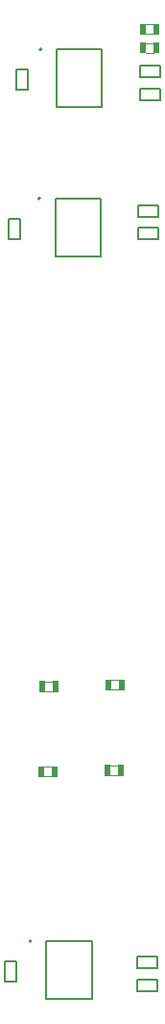
<source format=gbr>
%TF.GenerationSoftware,Altium Limited,Altium Designer,22.2.1 (43)*%
G04 Layer_Color=16711935*
%FSLAX45Y45*%
%MOMM*%
%TF.SameCoordinates,68419969-02EB-4E78-BB40-8B94D9E39CA8*%
%TF.FilePolarity,Positive*%
%TF.FileFunction,Other,Mechanical_13*%
%TF.Part,Single*%
G01*
G75*
%TA.AperFunction,NonConductor*%
%ADD25C,0.20000*%
%ADD28C,0.12700*%
%ADD36C,0.10160*%
G36*
X15336713Y12093190D02*
X15286510D01*
Y12188298D01*
X15336713D01*
Y12093190D01*
D02*
G37*
G36*
X15219621D02*
X15169670D01*
Y12188274D01*
X15219621D01*
Y12093190D01*
D02*
G37*
G36*
X15336713Y11928090D02*
X15286510D01*
Y12023198D01*
X15336713D01*
Y11928090D01*
D02*
G37*
G36*
X15219621D02*
X15169670D01*
Y12023174D01*
X15219621D01*
Y11928090D01*
D02*
G37*
G36*
X15031914Y6335391D02*
X14981709D01*
Y6430499D01*
X15031914D01*
Y6335391D01*
D02*
G37*
G36*
X14914821D02*
X14864870D01*
Y6430475D01*
X14914821D01*
Y6335391D01*
D02*
G37*
G36*
X14447713Y6322691D02*
X14397510D01*
Y6417799D01*
X14447713D01*
Y6322691D01*
D02*
G37*
G36*
X14330621D02*
X14280670D01*
Y6417775D01*
X14330621D01*
Y6322691D01*
D02*
G37*
G36*
X15019212Y5586091D02*
X14969009D01*
Y5681199D01*
X15019212D01*
Y5586091D01*
D02*
G37*
G36*
X14902121D02*
X14852170D01*
Y5681175D01*
X14902121D01*
Y5586091D01*
D02*
G37*
G36*
X14435013Y5573391D02*
X14384810D01*
Y5668499D01*
X14435013D01*
Y5573391D01*
D02*
G37*
G36*
X14317921D02*
X14267970D01*
Y5668475D01*
X14317921D01*
Y5573391D01*
D02*
G37*
D25*
X14297501Y11963400D02*
G03*
X14297501Y11963400I-10000J0D01*
G01*
X14206206Y4135654D02*
G03*
X14206206Y4135654I-10000J0D01*
G01*
X14284801Y10655300D02*
G03*
X14284801Y10655300I-10000J0D01*
G01*
D28*
X14830400Y11454399D02*
Y11964401D01*
X14430400Y11454399D02*
Y11964401D01*
Y11454399D02*
X14830400D01*
X14430400Y11964401D02*
X14830400D01*
X15162698Y11822902D02*
X15342702D01*
X15162698Y11722903D02*
X15342702D01*
Y11822902D01*
X15162698Y11722903D02*
Y11822902D01*
Y11619702D02*
X15342702D01*
X15162698Y11519703D02*
X15342702D01*
Y11619702D01*
X15162698Y11519703D02*
Y11619702D01*
X14072403Y11606698D02*
Y11786702D01*
X14172401Y11606698D02*
Y11786702D01*
X14072403D02*
X14172401D01*
X14072403Y11606698D02*
X14172401D01*
X13970802Y3778799D02*
Y3958803D01*
X14070802Y3778799D02*
Y3958803D01*
X13970802D02*
X14070802D01*
X13970802Y3778799D02*
X14070802D01*
X14739107Y3626653D02*
Y4136654D01*
X14339108Y3626653D02*
Y4136654D01*
Y3626653D02*
X14739107D01*
X14339108Y4136654D02*
X14739107D01*
X15137299Y3995003D02*
X15317302D01*
X15137299Y3895004D02*
X15317302D01*
Y3995003D01*
X15137299Y3895004D02*
Y3995003D01*
Y3791803D02*
X15317302D01*
X15137299Y3691804D02*
X15317302D01*
Y3791803D01*
X15137299Y3691804D02*
Y3791803D01*
X14008904Y10298598D02*
Y10478602D01*
X14108902Y10298598D02*
Y10478602D01*
X14008904D02*
X14108902D01*
X14008904Y10298598D02*
X14108902D01*
X15149998Y10400502D02*
X15330002D01*
X15149998Y10300503D02*
X15330002D01*
Y10400502D01*
X15149998Y10300503D02*
Y10400502D01*
Y10591002D02*
X15330002D01*
X15149998Y10491003D02*
X15330002D01*
Y10591002D01*
X15149998Y10491003D02*
Y10591002D01*
X14817700Y10146299D02*
Y10656301D01*
X14417700Y10146299D02*
Y10656301D01*
Y10146299D02*
X14817700D01*
X14417700Y10656301D02*
X14817700D01*
D36*
X15217099Y11932900D02*
X15288301D01*
X15217099Y12018000D02*
X15288301D01*
X15217099Y12098000D02*
X15288301D01*
X15217099Y12183100D02*
X15288301D01*
X14912299Y6340201D02*
X14983501D01*
X14912299Y6425301D02*
X14983501D01*
X14899599Y5590901D02*
X14970801D01*
X14899599Y5676001D02*
X14970801D01*
X14328099Y6327501D02*
X14399301D01*
X14328099Y6412601D02*
X14399301D01*
X14315399Y5578201D02*
X14386601D01*
X14315399Y5663301D02*
X14386601D01*
%TF.MD5,5326766c82bde6a995673552bd86fbda*%
M02*

</source>
